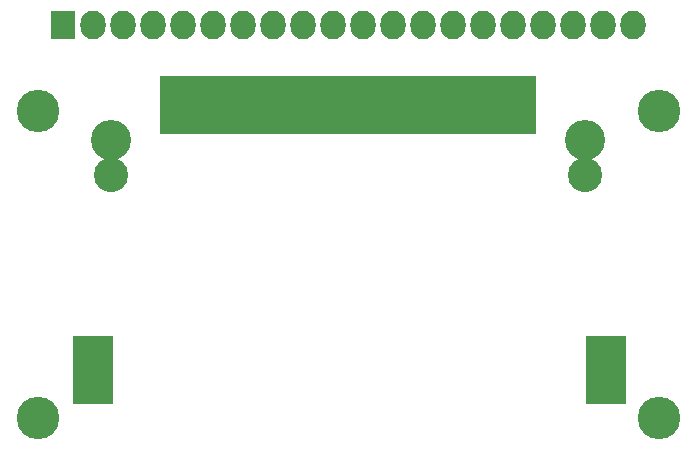
<source format=gts>
G04 #@! TF.FileFunction,Soldermask,Top*
%FSLAX46Y46*%
G04 Gerber Fmt 4.6, Leading zero omitted, Abs format (unit mm)*
G04 Created by KiCad (PCBNEW (2015-08-16 BZR 6097, Git b384c94)-product) date 1/3/2016 5:05:16 PM*
%MOMM*%
G01*
G04 APERTURE LIST*
%ADD10C,0.100000*%
%ADD11C,3.600000*%
%ADD12R,2.127200X2.432000*%
%ADD13O,2.127200X2.432000*%
%ADD14R,3.400000X5.800000*%
%ADD15C,2.900000*%
%ADD16C,3.400000*%
%ADD17R,0.800000X4.900000*%
G04 APERTURE END LIST*
D10*
D11*
X119761000Y-89154000D03*
X172339000Y-89154000D03*
X172339000Y-115189000D03*
D12*
X121920000Y-81915000D03*
D13*
X124460000Y-81915000D03*
X127000000Y-81915000D03*
X129540000Y-81915000D03*
X132080000Y-81915000D03*
X134620000Y-81915000D03*
X137160000Y-81915000D03*
X139700000Y-81915000D03*
X142240000Y-81915000D03*
X144780000Y-81915000D03*
X147320000Y-81915000D03*
X149860000Y-81915000D03*
X152400000Y-81915000D03*
X154940000Y-81915000D03*
X157480000Y-81915000D03*
X160020000Y-81915000D03*
X162560000Y-81915000D03*
X165100000Y-81915000D03*
X167640000Y-81915000D03*
X170180000Y-81915000D03*
D14*
X167869000Y-111147000D03*
D15*
X166121000Y-94613000D03*
X125961000Y-94613000D03*
D16*
X166121000Y-91613000D03*
D17*
X161590000Y-88659000D03*
X160955000Y-88659000D03*
X160320000Y-88659000D03*
X159685000Y-88659000D03*
X159050000Y-88659000D03*
X158415000Y-88659000D03*
X157780000Y-88659000D03*
X157145000Y-88659000D03*
X156510000Y-88659000D03*
X155875000Y-88659000D03*
X155240000Y-88659000D03*
X154605000Y-88659000D03*
X153970000Y-88659000D03*
X153335000Y-88659000D03*
X152700000Y-88659000D03*
X152065000Y-88659000D03*
X151430000Y-88659000D03*
X150795000Y-88659000D03*
X150160000Y-88659000D03*
X149525000Y-88659000D03*
X148890000Y-88659000D03*
X148255000Y-88659000D03*
X147620000Y-88659000D03*
X146985000Y-88659000D03*
X146350000Y-88659000D03*
X145715000Y-88659000D03*
X145080000Y-88659000D03*
X144445000Y-88659000D03*
X143810000Y-88659000D03*
X143175000Y-88659000D03*
X142540000Y-88659000D03*
X141905000Y-88659000D03*
X141270000Y-88659000D03*
X140635000Y-88659000D03*
X140000000Y-88659000D03*
X139365000Y-88659000D03*
X138730000Y-88659000D03*
X137460000Y-88659000D03*
X138095000Y-88659000D03*
X136825000Y-88659000D03*
X136190000Y-88659000D03*
X135555000Y-88659000D03*
X134920000Y-88659000D03*
X134285000Y-88659000D03*
X133015000Y-88659000D03*
X132380000Y-88659000D03*
X131745000Y-88659000D03*
X131110000Y-88659000D03*
X130475000Y-88659000D03*
D16*
X125961000Y-91613000D03*
D17*
X133650000Y-88659000D03*
D14*
X124449000Y-111147000D03*
D11*
X119761000Y-115189000D03*
M02*

</source>
